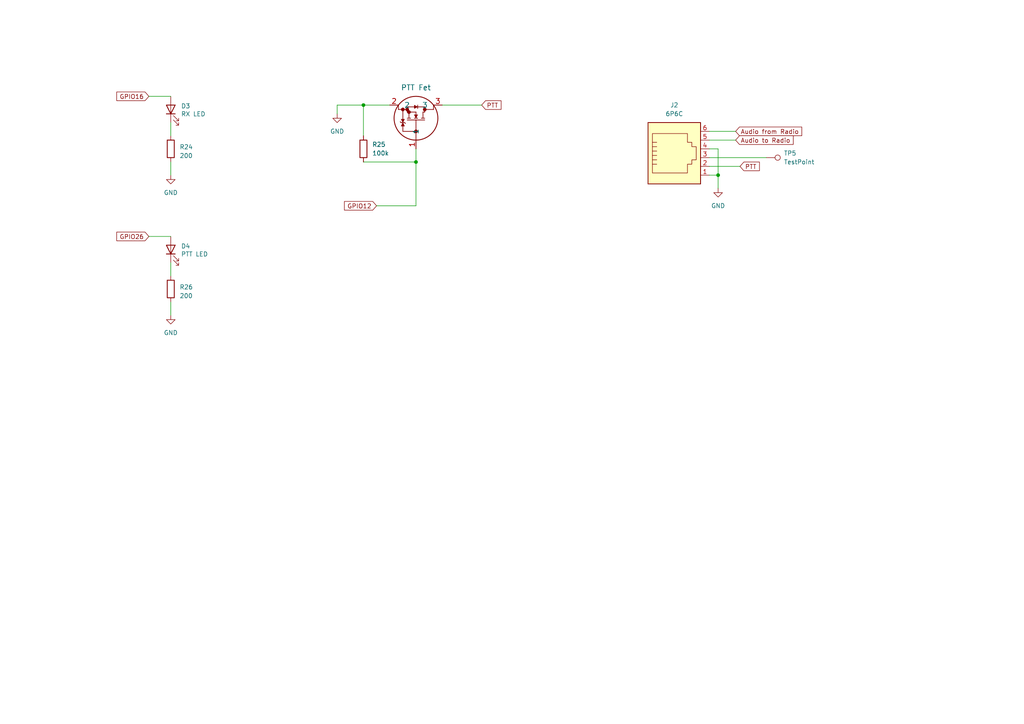
<source format=kicad_sch>
(kicad_sch (version 20211123) (generator eeschema)
  (paper "A4")
  (title_block (title "Radio Control"))
  (lib_symbols
    (symbol "Connector:6P6C" (pin_names (offset 1.016))
      (property "Reference" "J" (at -5.08 11.43 0))
      (property "Value" "6P6C" (at 2.54 11.43 0))
      (symbol "6P6C_0_1"
        (polyline (pts (xy -6.35 -1.905) (xy -5.08 -1.905) (xy -5.08 -1.905)))
        (polyline (pts (xy -6.35 -0.635) (xy -5.08 -0.635) (xy -5.08 -0.635)))
        (polyline (pts (xy -6.35 0.635) (xy -5.08 0.635) (xy -5.08 0.635)))
        (polyline (pts (xy -6.35 1.905) (xy -5.08 1.905) (xy -5.08 1.905)))
        (polyline (pts (xy -6.35 3.175) (xy -5.08 3.175) (xy -5.08 3.175)))
        (polyline (pts (xy -5.08 4.445) (xy -6.35 4.445) (xy -6.35 4.445)))
        (polyline (pts (xy -6.35 -4.445) (xy -6.35 6.985) (xy 3.81 6.985) (xy 3.81 4.445) (xy 5.08 4.445) (xy 5.08 3.175) (xy 6.35 3.175) (xy 6.35 -0.635) (xy 5.08 -0.635) (xy 5.08 -1.905) (xy 3.81 -1.905) (xy 3.81 -4.445) (xy -6.35 -4.445) (xy -6.35 -4.445)))
        (rectangle (start 7.62 10.16) (end -7.62 -7.62) (stroke (width 0.254)) (fill (type background)))
      )
      (symbol "6P6C_1_1"
        (pin passive line (at 10.16 -5.08 180) (length 2.54) (name "~") (number "1"))
        (pin passive line (at 10.16 -2.54 180) (length 2.54) (name "~") (number "2"))
        (pin passive line (at 10.16 0 180) (length 2.54) (name "~") (number "3"))
        (pin passive line (at 10.16 2.54 180) (length 2.54) (name "~") (number "4"))
        (pin passive line (at 10.16 5.08 180) (length 2.54) (name "~") (number "5"))
        (pin passive line (at 10.16 7.62 180) (length 2.54) (name "~") (number "6"))
      )
    )
    (symbol "Connector:TestPoint" (pin_numbers hide) (pin_names (offset 0.762) hide)
      (property "Reference" "TP" (at 0 6.858 0))
      (property "Value" "TestPoint" (at 0 5.08 0))
      (symbol "TestPoint_0_1"
        (circle (center 0 3.302) (radius 0.762))
      )
      (symbol "TestPoint_1_1"
        (pin passive line (at 0 0 90) (length 2.54) (name "1") (number "1"))
      )
    )
    (symbol "Device:LED" (pin_numbers hide) (pin_names (offset 1.016) hide)
      (property "Reference" "D" (at 0 2.54 0))
      (property "Value" "LED" (at 0 -2.54 0))
      (symbol "LED_0_1"
        (polyline (pts (xy -1.27 -1.27) (xy -1.27 1.27)) (stroke (width 0.254)))
        (polyline (pts (xy -1.27 0) (xy 1.27 0)))
        (polyline (pts (xy 1.27 -1.27) (xy 1.27 1.27) (xy -1.27 0) (xy 1.27 -1.27)) (stroke (width 0.254)))
        (polyline (pts (xy -3.048 -0.762) (xy -4.572 -2.286) (xy -3.81 -2.286) (xy -4.572 -2.286) (xy -4.572 -1.524)))
        (polyline (pts (xy -1.778 -0.762) (xy -3.302 -2.286) (xy -2.54 -2.286) (xy -3.302 -2.286) (xy -3.302 -1.524)))
      )
      (symbol "LED_1_1"
        (pin passive line (at -3.81 0 0) (length 2.54) (name "K") (number "1"))
        (pin passive line (at 3.81 0 180) (length 2.54) (name "A") (number "2"))
      )
    )
    (symbol "Device:R" (pin_numbers hide) (pin_names (offset 0))
      (property "Reference" "R" (at 2.032 0 90))
      (property "Value" "R" (at 0 0 90))
      (symbol "R_0_1"
        (rectangle (start -1.016 -2.54) (end 1.016 2.54) (stroke (width 0.254)))
      )
      (symbol "R_1_1"
        (pin passive line (at 0 3.81 270) (length 1.27) (name "~") (number "1"))
        (pin passive line (at 0 -3.81 90) (length 1.27) (name "~") (number "2"))
      )
    )
    (symbol "power:GND" (power) (pin_names (offset 0))
      (property "Value" "GND" (at 0 -3.81 0))
      (symbol "GND_0_1"
        (polyline (pts (xy 0 0) (xy 0 -1.27) (xy 1.27 -1.27) (xy 0 -2.54) (xy -1.27 -1.27) (xy 0 -1.27)))
      )
      (symbol "GND_1_1"
        (pin power_in line (at 0 0 270) (length 0) hide (name "GND") (number "1"))
      )
    )
    (symbol "ul_RHU002N06FRAT106:RHU002N06FRAT106" (pin_names (offset 1.6764))
      (property "Reference" "MOSFET" (at 16.51 1.27 0))
      (property "Value" "RHU002N06FRAT106" (at 11.43 -5.08 0))
      (symbol "RHU002N06FRAT106_1_1"
        (polyline (pts (xy 2.54 0) (xy 8.382 0)) (stroke (width 0.2032)))
        (polyline (pts (xy 5.08 -3.81) (xy 5.08 0)) (stroke (width 0.2032)))
        (polyline (pts (xy 5.08 -3.81) (xy 6.604 -3.81)) (stroke (width 0.2032)))
        (polyline (pts (xy 7.366 -3.048) (xy 7.62 -3.302)) (stroke (width 0.2032)))
        (polyline (pts (xy 7.62 -4.318) (xy 7.874 -4.572)) (stroke (width 0.2032)))
        (polyline (pts (xy 7.62 -3.302) (xy 7.62 -4.318)) (stroke (width 0.2032)))
        (polyline (pts (xy 8.382 -2.54) (xy 8.382 2.54)) (stroke (width 0.2032)))
        (polyline (pts (xy 8.636 -3.81) (xy 11.43 -3.81)) (stroke (width 0.2032)))
        (polyline (pts (xy 8.89 -2.54) (xy 8.89 -1.524)) (stroke (width 0.2032)))
        (polyline (pts (xy 8.89 -2.032) (xy 10.668 -2.032)) (stroke (width 0.2032)))
        (polyline (pts (xy 8.89 -0.508) (xy 8.89 0.508)) (stroke (width 0.2032)))
        (polyline (pts (xy 8.89 0) (xy 10.668 0)) (stroke (width 0.2032)))
        (polyline (pts (xy 8.89 1.524) (xy 8.89 2.54)) (stroke (width 0.2032)))
        (polyline (pts (xy 8.89 2.032) (xy 10.668 2.032)) (stroke (width 0.2032)))
        (polyline (pts (xy 10.668 -2.54) (xy 10.668 0)) (stroke (width 0.2032)))
        (polyline (pts (xy 10.668 -2.54) (xy 12.192 -2.54)) (stroke (width 0.2032)))
        (polyline (pts (xy 10.668 2.032) (xy 10.668 2.54)) (stroke (width 0.2032)))
        (polyline (pts (xy 10.668 2.54) (xy 12.192 2.54)) (stroke (width 0.2032)))
        (polyline (pts (xy 11.43 -5.08) (xy 11.43 -2.54)) (stroke (width 0.2032)))
        (polyline (pts (xy 11.43 -5.08) (xy 12.7 -5.08)) (stroke (width 0.2032)))
        (polyline (pts (xy 11.43 5.08) (xy 11.43 2.54)) (stroke (width 0.2032)))
        (polyline (pts (xy 11.43 5.08) (xy 12.7 5.08)) (stroke (width 0.2032)))
        (polyline (pts (xy 12.192 -2.54) (xy 12.192 2.54)) (stroke (width 0.2032)))
        (polyline (pts (xy 12.7 0.508) (xy 11.684 0.508)) (stroke (width 0.2032)))
        (polyline (pts (xy 6.604 -3.302) (xy 6.604 -4.318) (xy 7.62 -3.81) (xy 6.604 -3.302)) (stroke (width 0.0254)) (fill (type outline)))
        (polyline (pts (xy 8.636 -4.318) (xy 8.636 -3.302) (xy 7.62 -3.81) (xy 8.636 -4.318)) (stroke (width 0.0254)) (fill (type outline)))
        (polyline (pts (xy 9.906 -0.508) (xy 8.89 0) (xy 9.906 0.508) (xy 9.906 -0.508)) (stroke (width 0.0254)) (fill (type outline)))
        (polyline (pts (xy 12.7 -0.508) (xy 11.684 -0.508) (xy 12.192 0.508) (xy 12.7 -0.508)) (stroke (width 0.0254)) (fill (type outline)))
        (circle (center 5.08 0) (radius 0.0254) (stroke (width 0.508)))
        (circle (center 8.89 0) (radius 6.35) (stroke (width 0.254)))
        (circle (center 10.668 -2.032) (radius 0.0254) (stroke (width 0.508)))
        (circle (center 11.43 -3.81) (radius 0.0254) (stroke (width 0.508)))
        (circle (center 11.43 -2.54) (radius 0.0254) (stroke (width 0.508)))
        (circle (center 11.43 2.54) (radius 0.0254) (stroke (width 0.508)))
        (pin unspecified line (at 0 0 0) (length 2.54) (name "1") (number "1"))
        (pin unspecified line (at 12.7 -7.62 90) (length 2.54) (name "2") (number "2"))
        (pin unspecified line (at 12.7 7.62 270) (length 2.54) (name "3") (number "3"))
      )
    )
  )
  (junction (at 105.41 30.48))
  (junction (at 120.65 46.99))
  (junction (at 208.28 50.8))
  (wire (pts (xy 43.18 27.94) (xy 49.53 27.94)))
  (wire (pts (xy 205.74 43.18) (xy 208.28 43.18)))
  (wire (pts (xy 205.74 40.64) (xy 213.36 40.64)))
  (wire (pts (xy 205.74 45.72) (xy 222.25 45.72)))
  (wire (pts (xy 97.79 30.48) (xy 105.41 30.48)))
  (wire (pts (xy 205.74 50.8) (xy 208.28 50.8)))
  (wire (pts (xy 128.27 30.48) (xy 139.7 30.48)))
  (wire (pts (xy 43.18 68.58) (xy 49.53 68.58)))
  (wire (pts (xy 97.79 33.02) (xy 97.79 30.48)))
  (wire (pts (xy 105.41 30.48) (xy 105.41 39.37)))
  (wire (pts (xy 120.65 43.18) (xy 120.65 46.99)))
  (wire (pts (xy 205.74 38.1) (xy 213.36 38.1)))
  (wire (pts (xy 49.53 80.01) (xy 49.53 76.2)))
  (wire (pts (xy 205.74 48.26) (xy 214.63 48.26)))
  (wire (pts (xy 120.65 59.69) (xy 120.65 46.99)))
  (wire (pts (xy 208.28 43.18) (xy 208.28 50.8)))
  (wire (pts (xy 113.03 30.48) (xy 105.41 30.48)))
  (wire (pts (xy 49.53 91.44) (xy 49.53 87.63)))
  (wire (pts (xy 109.22 59.69) (xy 120.65 59.69)))
  (wire (pts (xy 105.41 46.99) (xy 120.65 46.99)))
  (wire (pts (xy 49.53 50.8) (xy 49.53 46.99)))
  (wire (pts (xy 49.53 39.37) (xy 49.53 35.56)))
  (wire (pts (xy 208.28 50.8) (xy 208.28 54.61)))
  (global_label "GPIO26" (shape input) (at 43.18 68.58 180) (property "Intersheet References" "${INTERSHEET_REFS}" (effects hide)))
  (global_label "Audio to Radio" (shape input) (at 213.36 40.64 0) (property "Intersheet References" "${INTERSHEET_REFS}" (effects hide)))
  (global_label "GPIO12" (shape input) (at 109.22 59.69 180) (property "Intersheet References" "${INTERSHEET_REFS}" (effects hide)))
  (global_label "PTT" (shape input) (at 139.7 30.48 0) (property "Intersheet References" "${INTERSHEET_REFS}" (effects hide)))
  (global_label "PTT" (shape input) (at 214.63 48.26 0) (property "Intersheet References" "${INTERSHEET_REFS}" (effects hide)))
  (global_label "Audio from Radio" (shape input) (at 213.36 38.1 0) (property "Intersheet References" "${INTERSHEET_REFS}" (effects hide)))
  (global_label "GPIO16" (shape input) (at 43.18 27.94 180) (property "Intersheet References" "${INTERSHEET_REFS}" (effects hide)))
  (symbol (lib_id "Device:LED") (at 49.53 31.75 90) (unit 1)
    (property "Reference" "D3" (at 52.5018 30.7594 90) (effects (justify right)))
    (property "Value" "RX LED" (at 52.5018 33.0708 90) (effects (justify right)))
    (property "Footprint" "LED_SMD:LED_0603_1608Metric" (effects hide))
    (property "Part Description" "	Green 572nm LED Indication - Discrete 2.2V 2-SMD, No Lead" (effects hide))
    (property "Manufacturer" "Lite-On Inc." (effects hide))
    (property "MPN" "LTST-S270KGKT" (effects hide))
    (property "Digi-Key_PN" "160-1478-1-ND" (effects hide))
  )
  (symbol (lib_id "Connector:6P6C") (at 195.58 45.72 0) (unit 1)
    (property "Reference" "J2" (at 195.58 30.48 0))
    (property "Value" "6P6C" (at 195.58 33.02 0))
    (property "Footprint" "ul_SS-90000-003:SS-90000-003" (effects hide))
    (property "Datasheet" "https://www.belfuse.com/resources/drawings/stewartconnector/dr-STW-SS-90000-003.pdf" (effects hide))
    (property "MFGR" "Stewart Connector" (effects hide))
    (property "DigiKey PN" "380-SS-90000-003-ND" (effects hide))
    (property "DigiKey URL" "https://www.digikey.com/en/products/detail/stewart-connector/SS-90000-003/14548962" (effects hide))
    (property "Price per Unit" "$0.50" (effects hide))
  )
  (symbol (lib_id "power:GND") (at 49.53 50.8 0) (unit 1)
    (property "Reference" "#PWR0124" (effects hide))
    (property "Value" "GND" (at 49.53 55.88 0))
  )
  (symbol (lib_id "Connector:TestPoint") (at 222.25 45.72 270) (unit 1)
    (property "Reference" "TP5" (at 227.33 44.4499 90) (effects (justify left)))
    (property "Value" "TestPoint" (at 227.33 46.9899 90) (effects (justify left)))
  )
  (symbol (lib_id "power:GND") (at 97.79 33.02 0) (unit 1)
    (property "Reference" "#PWR0120" (effects hide))
    (property "Value" "GND" (at 97.79 38.1 0))
  )
  (symbol (lib_id "Device:R") (at 49.53 83.82 0) (unit 1)
    (property "Reference" "R26" (at 52.07 82.5499 0) (effects (justify left top)))
    (property "Value" "200" (at 52.07 85.0899 0) (effects (justify left top)))
    (property "Footprint" "ul_ERJ3EKF2000V:ERJ3EKF2000V" (effects hide))
    (property "Datasheet" "https://industrial.panasonic.com/cdbs/www-data/pdf/RDA0000/AOA0000C304.pdf" (effects hide))
    (property "DigiKey PN" "P200HCT-ND" (effects hide))
    (property "Description" "200 Ohms ±1% 0.1W, 1/10W Chip Resistor 0603 (1608 Metric) Automotive AEC-Q200 Thick Film" (effects hide))
    (property "MFGR" "Panasonic Electronic Components" (effects hide))
  )
  (symbol (lib_id "power:GND") (at 208.28 54.61 0) (unit 1)
    (property "Reference" "#PWR0122" (effects hide))
    (property "Value" "GND" (at 208.28 59.69 0))
  )
  (symbol (lib_id "Device:R") (at 49.53 43.18 0) (unit 1)
    (property "Reference" "R24" (at 52.07 41.9099 0) (effects (justify left top)))
    (property "Value" "200" (at 52.07 44.4499 0) (effects (justify left top)))
    (property "Footprint" "ul_ERJ3EKF2000V:ERJ3EKF2000V" (effects hide))
    (property "Datasheet" "https://industrial.panasonic.com/cdbs/www-data/pdf/RDA0000/AOA0000C304.pdf" (effects hide))
    (property "DigiKey PN" "P200HCT-ND" (effects hide))
    (property "Description" "200 Ohms ±1% 0.1W, 1/10W Chip Resistor 0603 (1608 Metric) Automotive AEC-Q200 Thick Film" (effects hide))
    (property "MFGR" "Panasonic Electronic Components" (effects hide))
  )
  (symbol (lib_id "power:GND") (at 49.53 91.44 0) (unit 1)
    (property "Reference" "#PWR01" (effects hide))
    (property "Value" "GND" (at 49.53 96.52 0))
  )
  (symbol (lib_id "Device:LED") (at 49.53 72.39 90) (unit 1)
    (property "Reference" "D4" (at 52.5018 71.3994 90) (effects (justify right)))
    (property "Value" "PTT LED" (at 52.5018 73.7108 90) (effects (justify right)))
    (property "Footprint" "LED_SMD:LED_0603_1608Metric" (effects hide))
    (property "Part Description" "	Red 620nm LED Indication - Discrete 2.2V 2-SMD, No Lead" (effects hide))
    (property "Manufacturer" "Lite-On Inc." (effects hide))
    (property "MPN" "LTST-S270KRKT" (effects hide))
    (property "Digi-Key_PN" "160-1479-1-ND" (effects hide))
  )
  (symbol (lib_id "Device:R") (at 105.41 43.18 0) (unit 1)
    (property "Reference" "R25" (at 107.95 41.9099 0) (effects (justify left)))
    (property "Value" "100k" (at 107.95 44.4499 0) (effects (justify left)))
    (property "Footprint" "Resistor_SMD:R_0603_1608Metric_Pad0.98x0.95mm_HandSolder" (effects hide))
  )
  (symbol (lib_id "ul_RHU002N06FRAT106:RHU002N06FRAT106") (at 120.65 43.18 270) (mirror x) (unit 1)
    (property "Reference" "MOSFET1" (effects hide))
    (property "Value" "PTT Fet" (at 120.65 25.4 90) (effects (font (size 1.524 1.524))))
    (property "Footprint" "ul_RHU002N06FRAT106:RHU002N06FRAT106" (effects hide))
    (property "Datasheet" "https://fscdn.rohm.com/en/products/databook/datasheet/discrete/transistor/mosfet/rhu002n06fra-e.pdf" (effects hide))
    (property "DigiKey PN" "846-RHU002N06FRAT106CT-ND" (effects hide))
    (property "MFGR-PN" "RHU002N06FRAT106" (effects hide))
    (property "MFGR" "Rohm Semiconductor" (effects hide))
    (property "DigiKey URL" "https://www.digikey.com/en/products/detail/rohm-semiconductor/RHU002N06FRAT106/10299457" (effects hide))
  )
)
</source>
